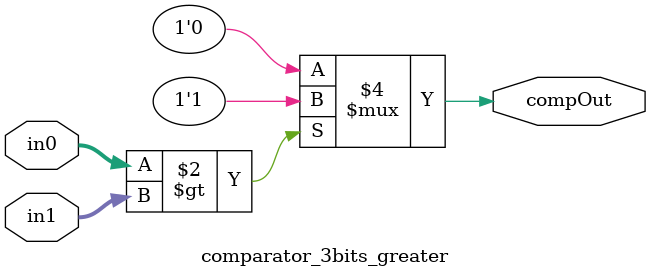
<source format=v>
module comparator_3bits_greater(input [2:0] in0, input [2:0] in1, output reg compOut);

  always @ (in0, in1)
    begin
      if (in0 > in1)
        compOut = 1'b1;
      else
        compOut = 1'b0;
    end

endmodule

</source>
